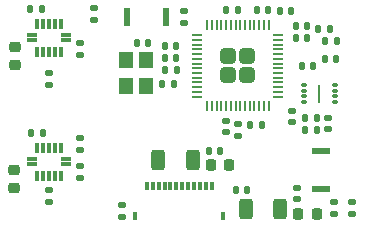
<source format=gbr>
G04 #@! TF.GenerationSoftware,KiCad,Pcbnew,7.0.8*
G04 #@! TF.CreationDate,2023-10-14T22:57:58-04:00*
G04 #@! TF.ProjectId,MicrocontrollerInputModule,4d696372-6f63-46f6-9e74-726f6c6c6572,V2*
G04 #@! TF.SameCoordinates,Original*
G04 #@! TF.FileFunction,Paste,Bot*
G04 #@! TF.FilePolarity,Positive*
%FSLAX46Y46*%
G04 Gerber Fmt 4.6, Leading zero omitted, Abs format (unit mm)*
G04 Created by KiCad (PCBNEW 7.0.8) date 2023-10-14 22:57:58*
%MOMM*%
%LPD*%
G01*
G04 APERTURE LIST*
G04 Aperture macros list*
%AMRoundRect*
0 Rectangle with rounded corners*
0 $1 Rounding radius*
0 $2 $3 $4 $5 $6 $7 $8 $9 X,Y pos of 4 corners*
0 Add a 4 corners polygon primitive as box body*
4,1,4,$2,$3,$4,$5,$6,$7,$8,$9,$2,$3,0*
0 Add four circle primitives for the rounded corners*
1,1,$1+$1,$2,$3*
1,1,$1+$1,$4,$5*
1,1,$1+$1,$6,$7*
1,1,$1+$1,$8,$9*
0 Add four rect primitives between the rounded corners*
20,1,$1+$1,$2,$3,$4,$5,0*
20,1,$1+$1,$4,$5,$6,$7,0*
20,1,$1+$1,$6,$7,$8,$9,0*
20,1,$1+$1,$8,$9,$2,$3,0*%
G04 Aperture macros list end*
%ADD10C,0.010000*%
%ADD11RoundRect,0.140000X-0.140000X-0.170000X0.140000X-0.170000X0.140000X0.170000X-0.140000X0.170000X0*%
%ADD12RoundRect,0.140000X0.140000X0.170000X-0.140000X0.170000X-0.140000X-0.170000X0.140000X-0.170000X0*%
%ADD13RoundRect,0.135000X0.185000X-0.135000X0.185000X0.135000X-0.185000X0.135000X-0.185000X-0.135000X0*%
%ADD14RoundRect,0.225000X-0.250000X0.225000X-0.250000X-0.225000X0.250000X-0.225000X0.250000X0.225000X0*%
%ADD15RoundRect,0.249999X0.395001X-0.395001X0.395001X0.395001X-0.395001X0.395001X-0.395001X-0.395001X0*%
%ADD16RoundRect,0.050000X0.050000X-0.387500X0.050000X0.387500X-0.050000X0.387500X-0.050000X-0.387500X0*%
%ADD17RoundRect,0.050000X0.387500X-0.050000X0.387500X0.050000X-0.387500X0.050000X-0.387500X-0.050000X0*%
%ADD18RoundRect,0.135000X-0.185000X0.135000X-0.185000X-0.135000X0.185000X-0.135000X0.185000X0.135000X0*%
%ADD19RoundRect,0.250000X0.312500X0.625000X-0.312500X0.625000X-0.312500X-0.625000X0.312500X-0.625000X0*%
%ADD20RoundRect,0.147500X0.147500X0.172500X-0.147500X0.172500X-0.147500X-0.172500X0.147500X-0.172500X0*%
%ADD21RoundRect,0.135000X0.135000X0.185000X-0.135000X0.185000X-0.135000X-0.185000X0.135000X-0.185000X0*%
%ADD22RoundRect,0.225000X-0.225000X-0.250000X0.225000X-0.250000X0.225000X0.250000X-0.225000X0.250000X0*%
%ADD23RoundRect,0.147500X-0.172500X0.147500X-0.172500X-0.147500X0.172500X-0.147500X0.172500X0.147500X0*%
%ADD24RoundRect,0.050000X-0.050000X-0.750000X0.050000X-0.750000X0.050000X0.750000X-0.050000X0.750000X0*%
%ADD25RoundRect,0.075000X-0.187500X-0.075000X0.187500X-0.075000X0.187500X0.075000X-0.187500X0.075000X0*%
%ADD26R,1.500000X0.550000*%
%ADD27R,1.200000X1.400000*%
%ADD28RoundRect,0.250000X-0.312500X-0.625000X0.312500X-0.625000X0.312500X0.625000X-0.312500X0.625000X0*%
%ADD29RoundRect,0.007800X0.422200X0.122200X-0.422200X0.122200X-0.422200X-0.122200X0.422200X-0.122200X0*%
%ADD30RoundRect,0.007800X-0.122200X0.422200X-0.122200X-0.422200X0.122200X-0.422200X0.122200X0.422200X0*%
%ADD31R,0.400000X0.800000*%
%ADD32RoundRect,0.140000X-0.170000X0.140000X-0.170000X-0.140000X0.170000X-0.140000X0.170000X0.140000X0*%
%ADD33R,0.550000X1.500000*%
%ADD34RoundRect,0.135000X-0.135000X-0.185000X0.135000X-0.185000X0.135000X0.185000X-0.135000X0.185000X0*%
G04 APERTURE END LIST*
D10*
X48982107Y-119800108D02*
X48732107Y-119800108D01*
X48732107Y-119150108D01*
X48982107Y-119150108D01*
X48982107Y-119800108D01*
G36*
X48982107Y-119800108D02*
G01*
X48732107Y-119800108D01*
X48732107Y-119150108D01*
X48982107Y-119150108D01*
X48982107Y-119800108D01*
G37*
X48482107Y-119800108D02*
X48232107Y-119800108D01*
X48232107Y-119150108D01*
X48482107Y-119150108D01*
X48482107Y-119800108D01*
G36*
X48482107Y-119800108D02*
G01*
X48232107Y-119800108D01*
X48232107Y-119150108D01*
X48482107Y-119150108D01*
X48482107Y-119800108D01*
G37*
X47982107Y-119800108D02*
X47732107Y-119800108D01*
X47732107Y-119150108D01*
X47982107Y-119150108D01*
X47982107Y-119800108D01*
G36*
X47982107Y-119800108D02*
G01*
X47732107Y-119800108D01*
X47732107Y-119150108D01*
X47982107Y-119150108D01*
X47982107Y-119800108D01*
G37*
X47482107Y-119800108D02*
X47232107Y-119800108D01*
X47232107Y-119150108D01*
X47482107Y-119150108D01*
X47482107Y-119800108D01*
G36*
X47482107Y-119800108D02*
G01*
X47232107Y-119800108D01*
X47232107Y-119150108D01*
X47482107Y-119150108D01*
X47482107Y-119800108D01*
G37*
X46982107Y-119800108D02*
X46732107Y-119800108D01*
X46732107Y-119150108D01*
X46982107Y-119150108D01*
X46982107Y-119800108D01*
G36*
X46982107Y-119800108D02*
G01*
X46732107Y-119800108D01*
X46732107Y-119150108D01*
X46982107Y-119150108D01*
X46982107Y-119800108D01*
G37*
X46482107Y-119800108D02*
X46232107Y-119800108D01*
X46232107Y-119150108D01*
X46482107Y-119150108D01*
X46482107Y-119800108D01*
G36*
X46482107Y-119800108D02*
G01*
X46232107Y-119800108D01*
X46232107Y-119150108D01*
X46482107Y-119150108D01*
X46482107Y-119800108D01*
G37*
X45982107Y-119800108D02*
X45732107Y-119800108D01*
X45732107Y-119150108D01*
X45982107Y-119150108D01*
X45982107Y-119800108D01*
G36*
X45982107Y-119800108D02*
G01*
X45732107Y-119800108D01*
X45732107Y-119150108D01*
X45982107Y-119150108D01*
X45982107Y-119800108D01*
G37*
X45482107Y-119800108D02*
X45232107Y-119800108D01*
X45232107Y-119150108D01*
X45482107Y-119150108D01*
X45482107Y-119800108D01*
G36*
X45482107Y-119800108D02*
G01*
X45232107Y-119800108D01*
X45232107Y-119150108D01*
X45482107Y-119150108D01*
X45482107Y-119800108D01*
G37*
X44982107Y-119800108D02*
X44732107Y-119800108D01*
X44732107Y-119150108D01*
X44982107Y-119150108D01*
X44982107Y-119800108D01*
G36*
X44982107Y-119800108D02*
G01*
X44732107Y-119800108D01*
X44732107Y-119150108D01*
X44982107Y-119150108D01*
X44982107Y-119800108D01*
G37*
X44482107Y-119800108D02*
X44232107Y-119800108D01*
X44232107Y-119150108D01*
X44482107Y-119150108D01*
X44482107Y-119800108D01*
G36*
X44482107Y-119800108D02*
G01*
X44232107Y-119800108D01*
X44232107Y-119150108D01*
X44482107Y-119150108D01*
X44482107Y-119800108D01*
G37*
X43982107Y-119800108D02*
X43732107Y-119800108D01*
X43732107Y-119150108D01*
X43982107Y-119150108D01*
X43982107Y-119800108D01*
G36*
X43982107Y-119800108D02*
G01*
X43732107Y-119800108D01*
X43732107Y-119150108D01*
X43982107Y-119150108D01*
X43982107Y-119800108D01*
G37*
X43482107Y-119800108D02*
X43232107Y-119800108D01*
X43232107Y-119150108D01*
X43482107Y-119150108D01*
X43482107Y-119800108D01*
G36*
X43482107Y-119800108D02*
G01*
X43232107Y-119800108D01*
X43232107Y-119150108D01*
X43482107Y-119150108D01*
X43482107Y-119800108D01*
G37*
D11*
X56507107Y-109365108D03*
X57467107Y-109365108D03*
D12*
X55607107Y-104693108D03*
X54647107Y-104693108D03*
D13*
X51107107Y-115270108D03*
X51107107Y-114250108D03*
D14*
X32177106Y-118150108D03*
X32177106Y-119700108D03*
D15*
X50307107Y-110150108D03*
X51907107Y-110150108D03*
X50307107Y-108550108D03*
X51907107Y-108550108D03*
D16*
X53707107Y-112787608D03*
X53307107Y-112787608D03*
X52907107Y-112787608D03*
X52507107Y-112787608D03*
X52107107Y-112787608D03*
X51707107Y-112787608D03*
X51307107Y-112787608D03*
X50907107Y-112787608D03*
X50507107Y-112787608D03*
X50107107Y-112787608D03*
X49707107Y-112787608D03*
X49307107Y-112787608D03*
X48907107Y-112787608D03*
X48507107Y-112787608D03*
D17*
X47669607Y-111950108D03*
X47669607Y-111550108D03*
X47669607Y-111150108D03*
X47669607Y-110750108D03*
X47669607Y-110350108D03*
X47669607Y-109950108D03*
X47669607Y-109550108D03*
X47669607Y-109150108D03*
X47669607Y-108750108D03*
X47669607Y-108350108D03*
X47669607Y-107950108D03*
X47669607Y-107550108D03*
X47669607Y-107150108D03*
X47669607Y-106750108D03*
D16*
X48507107Y-105912608D03*
X48907107Y-105912608D03*
X49307107Y-105912608D03*
X49707107Y-105912608D03*
X50107107Y-105912608D03*
X50507107Y-105912608D03*
X50907107Y-105912608D03*
X51307107Y-105912608D03*
X51707107Y-105912608D03*
X52107107Y-105912608D03*
X52507107Y-105912608D03*
X52907107Y-105912608D03*
X53307107Y-105912608D03*
X53707107Y-105912608D03*
D17*
X54544607Y-106750108D03*
X54544607Y-107150108D03*
X54544607Y-107550108D03*
X54544607Y-107950108D03*
X54544607Y-108350108D03*
X54544607Y-108750108D03*
X54544607Y-109150108D03*
X54544607Y-109550108D03*
X54544607Y-109950108D03*
X54544607Y-110350108D03*
X54544607Y-110750108D03*
X54544607Y-111150108D03*
X54544607Y-111550108D03*
X54544607Y-111950108D03*
D18*
X35107107Y-109950107D03*
X35107107Y-110970107D03*
X41307107Y-121140108D03*
X41307107Y-122160108D03*
D19*
X47269607Y-117350108D03*
X44344607Y-117350108D03*
D20*
X51877107Y-119850108D03*
X50907107Y-119850108D03*
D21*
X57827107Y-114750108D03*
X56807107Y-114750108D03*
D18*
X37707106Y-107450107D03*
X37707106Y-108470107D03*
D22*
X56232107Y-121850108D03*
X57782107Y-121850108D03*
X48832107Y-117750108D03*
X50382107Y-117750108D03*
D11*
X58447107Y-108793108D03*
X59407107Y-108793108D03*
D12*
X45667107Y-110850108D03*
X44707107Y-110850108D03*
D23*
X56082107Y-119680108D03*
X56082107Y-120650108D03*
D24*
X58014607Y-111693108D03*
D25*
X56727107Y-112443108D03*
X56727107Y-111943108D03*
X56727107Y-111443108D03*
X56727107Y-110943108D03*
X59302107Y-110943108D03*
X59302107Y-111443108D03*
X59302107Y-111943108D03*
X59302107Y-112443108D03*
D21*
X57827107Y-113734108D03*
X56807107Y-113734108D03*
D11*
X56007107Y-106950108D03*
X56967107Y-106950108D03*
D21*
X34507107Y-104550108D03*
X33487107Y-104550108D03*
D13*
X38957107Y-105463108D03*
X38957107Y-104443108D03*
D12*
X53687107Y-104600108D03*
X52727107Y-104600108D03*
D26*
X58107107Y-119800109D03*
X58107107Y-116550109D03*
D27*
X43321107Y-108885108D03*
X43321107Y-111085108D03*
X41621107Y-111085108D03*
X41621107Y-108885108D03*
D28*
X51782107Y-121450108D03*
X54707107Y-121450108D03*
D29*
X33672107Y-117200108D03*
D30*
X34107107Y-116265108D03*
X34607107Y-116265108D03*
X35107107Y-116265108D03*
X35607107Y-116265108D03*
X36107107Y-116265108D03*
D29*
X36542107Y-117200108D03*
X36542107Y-117700108D03*
D30*
X36107107Y-118635108D03*
X35607107Y-118635108D03*
X35107107Y-118635108D03*
X34607107Y-118635108D03*
X34107107Y-118635108D03*
D29*
X33672107Y-117700108D03*
D18*
X37777106Y-117850108D03*
X37777106Y-118870108D03*
X35077106Y-119850108D03*
X35077106Y-120870108D03*
D21*
X59487107Y-107273108D03*
X58467107Y-107273108D03*
D13*
X37777106Y-116450108D03*
X37777106Y-115430108D03*
D14*
X32207107Y-107750108D03*
X32207107Y-109300108D03*
D31*
X42357107Y-122050108D03*
X49857107Y-122050108D03*
D11*
X42547107Y-107400108D03*
X43507107Y-107400108D03*
D32*
X55707107Y-113150108D03*
X55707107Y-114110108D03*
X58707107Y-113754108D03*
X58707107Y-114714108D03*
D11*
X50127107Y-104600108D03*
X51087107Y-104600108D03*
D21*
X58947107Y-106223108D03*
X57927107Y-106223108D03*
D32*
X50091107Y-114000108D03*
X50091107Y-114960108D03*
D33*
X41757107Y-105250108D03*
X45007107Y-105250108D03*
D23*
X59207107Y-120880108D03*
X59207107Y-121850108D03*
D21*
X34577107Y-115050108D03*
X33557107Y-115050108D03*
D11*
X56007107Y-105943108D03*
X56967107Y-105943108D03*
D20*
X49592107Y-116550108D03*
X48622107Y-116550108D03*
D12*
X45867107Y-107675108D03*
X44907107Y-107675108D03*
D29*
X33672107Y-106700108D03*
D30*
X34107107Y-105765108D03*
X34607107Y-105765108D03*
X35107107Y-105765108D03*
X35607107Y-105765108D03*
X36107107Y-105765108D03*
D29*
X36542107Y-106700108D03*
X36542107Y-107200108D03*
D30*
X36107107Y-108135108D03*
X35607107Y-108135108D03*
X35107107Y-108135108D03*
X34607107Y-108135108D03*
X34107107Y-108135108D03*
D29*
X33672107Y-107200108D03*
D23*
X60807107Y-120880108D03*
X60807107Y-121850108D03*
D34*
X44897107Y-109675108D03*
X45917107Y-109675108D03*
D12*
X45867107Y-108650108D03*
X44907107Y-108650108D03*
D18*
X46507107Y-104730108D03*
X46507107Y-105750108D03*
D21*
X53127107Y-114350108D03*
X52107107Y-114350108D03*
M02*

</source>
